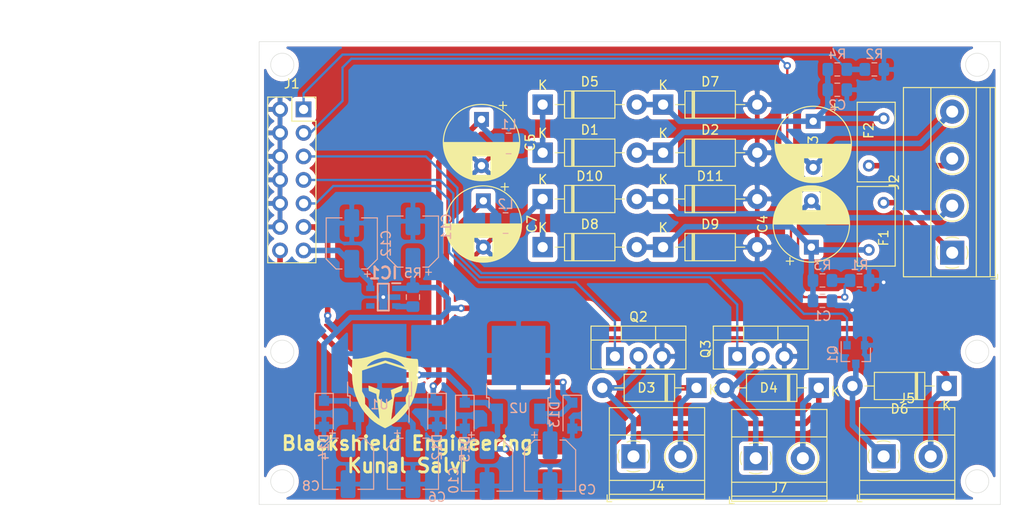
<source format=kicad_pcb>
(kicad_pcb (version 20171130) (host pcbnew "(5.1.6)-1")
  (layers (0 F.Cu signal) (31 B.Cu signal) (34 B.Paste user) (35 F.Paste user) (36 B.SilkS user) (37 F.SilkS user) (38 B.Mask user) (39 F.Mask user) (44 Edge.Cuts user))
  (net 0 "")
  (net 1 GND)
  (net 2 "Net-(C1-Pad1)")
  (net 3 "Net-(C2-Pad1)")
  (net 4 "Net-(C7-Pad1)")
  (net 5 "Net-(F1-Pad1)")
  (net 6 "Net-(F2-Pad1)")
  (net 7 "Net-(IC1-Pad3)")
  (net 8 "Net-(IC1-Pad4)")
  (net 9 "Net-(C3-Pad2)")
  (net 10 "Net-(C4-Pad2)")
  (net 11 "Net-(C5-Pad1)")
  (net 12 "Net-(D1-Pad1)")
  (net 13 "Net-(D3-Pad2)")
  (net 14 "Net-(D4-Pad2)")
  (net 15 "Net-(D6-Pad2)")
  (net 16 "Net-(D10-Pad1)")
  (net 17 12V)
  (net 18 18V)
  (net 19 5V)
  (net 20 18V_RELAY_1)
  (net 21 18V_RELAY_2)
  (net 22 12V_RELAY)
  (net 23 18_IND)
  (net 24 12_IND)
  (module ASSETS:Company_Logo1 (layer F.Cu) (at 113.6 117.6)
    (fp_text reference G*** hide)
    (fp_text value LOGO hide)
  )
  (module Connector_PinSocket_2.54mm:PinSocket_2x07_P2.54mm_Vertical (layer F.Cu) (at 104.8 87.32)
    (fp_text reference J1 (at -1.27 -2.77) (layer F.SilkS))
    (fp_text value Conn_02x07_Odd_Even)
    (pad 14 thru_hole oval (at -2.54 15.24) (size 1.7 1.7) (drill 1) (layers *.Cu *.Mask) (net 18 18V))
    (pad 13 thru_hole oval (at 0 15.24) (size 1.7 1.7) (drill 1) (layers *.Cu *.Mask) (net 19 5V))
    (pad 12 thru_hole oval (at -2.54 12.7) (size 1.7 1.7) (drill 1) (layers *.Cu *.Mask) (net 1 GND))
    (pad 11 thru_hole oval (at 0 12.7) (size 1.7 1.7) (drill 1) (layers *.Cu *.Mask) (net 17 12V))
    (pad 10 thru_hole oval (at -2.54 10.16) (size 1.7 1.7) (drill 1) (layers *.Cu *.Mask) (net 1 GND))
    (pad 9 thru_hole oval (at 0 10.16) (size 1.7 1.7) (drill 1) (layers *.Cu *.Mask) (net 20 18V_RELAY_1))
    (pad 8 thru_hole oval (at -2.54 7.62) (size 1.7 1.7) (drill 1) (layers *.Cu *.Mask) (net 1 GND))
    (pad 7 thru_hole oval (at 0 7.62) (size 1.7 1.7) (drill 1) (layers *.Cu *.Mask) (net 21 18V_RELAY_2))
    (pad 6 thru_hole oval (at -2.54 5.08) (size 1.7 1.7) (drill 1) (layers *.Cu *.Mask) (net 1 GND))
    (pad 5 thru_hole oval (at 0 5.08) (size 1.7 1.7) (drill 1) (layers *.Cu *.Mask) (net 22 12V_RELAY))
    (pad 4 thru_hole oval (at -2.54 2.54) (size 1.7 1.7) (drill 1) (layers *.Cu *.Mask) (net 1 GND))
    (pad 3 thru_hole oval (at 0 2.54) (size 1.7 1.7) (drill 1) (layers *.Cu *.Mask) (net 24 12_IND))
    (pad 2 thru_hole oval (at -2.54 0) (size 1.7 1.7) (drill 1) (layers *.Cu *.Mask) (net 1 GND))
    (pad 1 thru_hole rect (at 0 0) (size 1.7 1.7) (drill 1) (layers *.Cu *.Mask) (net 23 18_IND))
  )
  (module Capacitor_SMD:C_0805_2012Metric_Pad1.15x1.40mm_HandSolder (layer B.Cu) (at 160.8 108)
    (fp_text reference C1 (at 0 1.65 180) (layer B.SilkS) (effects (justify mirror)))
    (fp_text value C)
    (pad 2 smd roundrect (at 1.025 0) (size 1.15 1.4) (layers B.Cu B.Paste B.Mask) (roundrect_rratio 0.217391) (net 1 GND))
    (pad 1 smd roundrect (at -1.025 0) (size 1.15 1.4) (layers B.Cu B.Paste B.Mask) (roundrect_rratio 0.217391) (net 2 "Net-(C1-Pad1)"))
  )
  (module Capacitor_SMD:C_0805_2012Metric_Pad1.15x1.40mm_HandSolder (layer B.Cu) (at 162.4 85.2)
    (fp_text reference C2 (at 0 1.65 180) (layer B.SilkS) (effects (justify mirror)))
    (fp_text value C)
    (pad 1 smd roundrect (at -1.025 0) (size 1.15 1.4) (layers B.Cu B.Paste B.Mask) (roundrect_rratio 0.217391) (net 3 "Net-(C2-Pad1)"))
    (pad 2 smd roundrect (at 1.025 0) (size 1.15 1.4) (layers B.Cu B.Paste B.Mask) (roundrect_rratio 0.217391) (net 1 GND))
  )
  (module Capacitor_THT:CP_Radial_D8.0mm_P5.00mm (layer F.Cu) (at 159.8 88.6 270)
    (fp_text reference C3 (at 2.5 0 90) (layer F.SilkS))
    (fp_text value 47uF)
    (pad 2 thru_hole circle (at 5 0 270) (size 1.6 1.6) (drill 0.8) (layers *.Cu *.Mask) (net 9 "Net-(C3-Pad2)"))
    (pad 1 thru_hole rect (at 0 0 270) (size 1.6 1.6) (drill 0.8) (layers *.Cu *.Mask) (net 3 "Net-(C2-Pad1)"))
  )
  (module Capacitor_THT:CP_Radial_D8.0mm_P5.00mm (layer F.Cu) (at 159.6 102.2 90)
    (fp_text reference C4 (at 2.5 -5.25 90) (layer F.SilkS))
    (fp_text value 47uF)
    (pad 1 thru_hole rect (at 0 0 90) (size 1.6 1.6) (drill 0.8) (layers *.Cu *.Mask) (net 2 "Net-(C1-Pad1)"))
    (pad 2 thru_hole circle (at 5 0 90) (size 1.6 1.6) (drill 0.8) (layers *.Cu *.Mask) (net 10 "Net-(C4-Pad2)"))
  )
  (module Capacitor_THT:CP_Radial_D8.0mm_P5.00mm (layer F.Cu) (at 124 88.4 270)
    (fp_text reference C5 (at 2.5 -5.25 90) (layer F.SilkS))
    (fp_text value 47uF)
    (pad 1 thru_hole rect (at 0 0 270) (size 1.6 1.6) (drill 0.8) (layers *.Cu *.Mask) (net 11 "Net-(C5-Pad1)"))
    (pad 2 thru_hole circle (at 5 0 270) (size 1.6 1.6) (drill 0.8) (layers *.Cu *.Mask) (net 1 GND))
  )
  (module Capacitor_SMD:CP_Elec_5x4.5 (layer B.Cu) (at 116.6 125.6 270)
    (fp_text reference C6 (at 3.6 -2.6 180) (layer B.SilkS) (effects (justify mirror)))
    (fp_text value 1uF)
    (pad 2 smd roundrect (at 2.2 0 270) (size 3 1.6) (layers B.Cu B.Paste B.Mask) (roundrect_rratio 0.15625) (net 1 GND))
    (pad 1 smd roundrect (at -2.2 0 270) (size 3 1.6) (layers B.Cu B.Paste B.Mask) (roundrect_rratio 0.15625) (net 11 "Net-(C5-Pad1)"))
  )
  (module Capacitor_THT:CP_Radial_D8.0mm_P5.00mm (layer F.Cu) (at 124.2 97.2 270)
    (fp_text reference C7 (at 2.5 -5.25 90) (layer F.SilkS))
    (fp_text value 47uF)
    (pad 2 thru_hole circle (at 5 0 270) (size 1.6 1.6) (drill 0.8) (layers *.Cu *.Mask) (net 1 GND))
    (pad 1 thru_hole rect (at 0 0 270) (size 1.6 1.6) (drill 0.8) (layers *.Cu *.Mask) (net 4 "Net-(C7-Pad1)"))
  )
  (module Capacitor_SMD:CP_Elec_5x4.5 (layer B.Cu) (at 109.6 125.6 270)
    (fp_text reference C8 (at 2.4 4) (layer B.SilkS) (effects (justify mirror)))
    (fp_text value 1uF)
    (pad 1 smd roundrect (at -2.2 0 270) (size 3 1.6) (layers B.Cu B.Paste B.Mask) (roundrect_rratio 0.15625) (net 17 12V))
    (pad 2 smd roundrect (at 2.2 0 270) (size 3 1.6) (layers B.Cu B.Paste B.Mask) (roundrect_rratio 0.15625) (net 1 GND))
  )
  (module Capacitor_SMD:CP_Elec_5x4.5 (layer B.Cu) (at 131.4 125.8 270)
    (fp_text reference C9 (at 2.6 -4 180) (layer B.SilkS) (effects (justify mirror)))
    (fp_text value 1uF)
    (pad 2 smd roundrect (at 2.2 0 270) (size 3 1.6) (layers B.Cu B.Paste B.Mask) (roundrect_rratio 0.15625) (net 1 GND))
    (pad 1 smd roundrect (at -2.2 0 270) (size 3 1.6) (layers B.Cu B.Paste B.Mask) (roundrect_rratio 0.15625) (net 4 "Net-(C7-Pad1)"))
  )
  (module Capacitor_SMD:CP_Elec_5x4.5 (layer B.Cu) (at 124.6 125.8 270)
    (fp_text reference C10 (at 1.6 3.6 270) (layer B.SilkS) (effects (justify mirror)))
    (fp_text value 1uF)
    (pad 1 smd roundrect (at -2.2 0 270) (size 3 1.6) (layers B.Cu B.Paste B.Mask) (roundrect_rratio 0.15625) (net 18 18V))
    (pad 2 smd roundrect (at 2.2 0 270) (size 3 1.6) (layers B.Cu B.Paste B.Mask) (roundrect_rratio 0.15625) (net 1 GND))
  )
  (module Capacitor_SMD:CP_Elec_5x4.5 (layer B.Cu) (at 116.6 101.6 90)
    (fp_text reference C11 (at 1.6 3.6 270) (layer B.SilkS) (effects (justify mirror)))
    (fp_text value 0.1uF)
    (pad 1 smd roundrect (at -2.2 0 90) (size 3 1.6) (layers B.Cu B.Paste B.Mask) (roundrect_rratio 0.15625) (net 17 12V))
    (pad 2 smd roundrect (at 2.2 0 90) (size 3 1.6) (layers B.Cu B.Paste B.Mask) (roundrect_rratio 0.15625) (net 1 GND))
  )
  (module Capacitor_SMD:CP_Elec_5x4.5 (layer B.Cu) (at 110 101.8 90)
    (fp_text reference C12 (at 0 3.7 270) (layer B.SilkS) (effects (justify mirror)))
    (fp_text value 1.0uF)
    (pad 2 smd roundrect (at 2.2 0 90) (size 3 1.6) (layers B.Cu B.Paste B.Mask) (roundrect_rratio 0.15625) (net 1 GND))
    (pad 1 smd roundrect (at -2.2 0 90) (size 3 1.6) (layers B.Cu B.Paste B.Mask) (roundrect_rratio 0.15625) (net 19 5V))
  )
  (module Diode_THT:D_DO-41_SOD81_P10.16mm_Horizontal (layer F.Cu) (at 130.6 92)
    (fp_text reference D1 (at 5.08 -2.47) (layer F.SilkS))
    (fp_text value 1N4002)
    (fp_text user K (at 0 -2.1) (layer F.SilkS))
    (pad 1 thru_hole rect (at 0 0) (size 2.2 2.2) (drill 1.1) (layers *.Cu *.Mask) (net 12 "Net-(D1-Pad1)"))
    (pad 2 thru_hole oval (at 10.16 0) (size 2.2 2.2) (drill 1.1) (layers *.Cu *.Mask) (net 9 "Net-(C3-Pad2)"))
  )
  (module Diode_THT:D_DO-41_SOD81_P10.16mm_Horizontal (layer F.Cu) (at 143.6 92)
    (fp_text reference D2 (at 5.08 -2.47) (layer F.SilkS))
    (fp_text value 1N4002)
    (fp_text user K (at 0 -2.1) (layer F.SilkS))
    (pad 1 thru_hole rect (at 0 0) (size 2.2 2.2) (drill 1.1) (layers *.Cu *.Mask) (net 9 "Net-(C3-Pad2)"))
    (pad 2 thru_hole oval (at 10.16 0) (size 2.2 2.2) (drill 1.1) (layers *.Cu *.Mask) (net 1 GND))
  )
  (module Diode_THT:D_DO-41_SOD81_P10.16mm_Horizontal (layer F.Cu) (at 147.2 117.4 180)
    (fp_text reference D3 (at 5.4 0) (layer F.SilkS))
    (fp_text value 1N4002)
    (fp_text user K (at -1.8 -0.2) (layer F.SilkS))
    (pad 1 thru_hole rect (at 0 0 180) (size 2.2 2.2) (drill 1.1) (layers *.Cu *.Mask) (net 18 18V))
    (pad 2 thru_hole oval (at 10.16 0 180) (size 2.2 2.2) (drill 1.1) (layers *.Cu *.Mask) (net 13 "Net-(D3-Pad2)"))
  )
  (module Diode_THT:D_DO-41_SOD81_P10.16mm_Horizontal (layer F.Cu) (at 160.4 117.4 180)
    (fp_text reference D4 (at 5.4 0) (layer F.SilkS))
    (fp_text value 1N4002)
    (fp_text user K (at -1.8 -0.4) (layer F.SilkS))
    (pad 1 thru_hole rect (at 0 0 180) (size 2.2 2.2) (drill 1.1) (layers *.Cu *.Mask) (net 18 18V))
    (pad 2 thru_hole oval (at 10.16 0 180) (size 2.2 2.2) (drill 1.1) (layers *.Cu *.Mask) (net 14 "Net-(D4-Pad2)"))
  )
  (module Diode_THT:D_DO-41_SOD81_P10.16mm_Horizontal (layer F.Cu) (at 130.6 86.8)
    (fp_text reference D5 (at 5.08 -2.47) (layer F.SilkS))
    (fp_text value 1N4002)
    (fp_text user K (at 0 -2.1) (layer F.SilkS))
    (pad 2 thru_hole oval (at 10.16 0) (size 2.2 2.2) (drill 1.1) (layers *.Cu *.Mask) (net 3 "Net-(C2-Pad1)"))
    (pad 1 thru_hole rect (at 0 0) (size 2.2 2.2) (drill 1.1) (layers *.Cu *.Mask) (net 12 "Net-(D1-Pad1)"))
  )
  (module Diode_THT:D_DO-41_SOD81_P10.16mm_Horizontal (layer F.Cu) (at 174.2 117.2 180)
    (fp_text reference D6 (at 5.08 -2.47) (layer F.SilkS))
    (fp_text value 1N4002)
    (fp_text user K (at 0 -2.1) (layer F.SilkS))
    (pad 2 thru_hole oval (at 10.16 0 180) (size 2.2 2.2) (drill 1.1) (layers *.Cu *.Mask) (net 15 "Net-(D6-Pad2)"))
    (pad 1 thru_hole rect (at 0 0 180) (size 2.2 2.2) (drill 1.1) (layers *.Cu *.Mask) (net 17 12V))
  )
  (module Diode_THT:D_DO-41_SOD81_P10.16mm_Horizontal (layer F.Cu) (at 143.6 86.8)
    (fp_text reference D7 (at 5.08 -2.47) (layer F.SilkS))
    (fp_text value 1N4002)
    (fp_text user K (at 0 -2.1) (layer F.SilkS))
    (pad 2 thru_hole oval (at 10.16 0) (size 2.2 2.2) (drill 1.1) (layers *.Cu *.Mask) (net 1 GND))
    (pad 1 thru_hole rect (at 0 0) (size 2.2 2.2) (drill 1.1) (layers *.Cu *.Mask) (net 3 "Net-(C2-Pad1)"))
  )
  (module Diode_THT:D_DO-41_SOD81_P10.16mm_Horizontal (layer F.Cu) (at 130.6 102.2)
    (fp_text reference D8 (at 5.08 -2.47) (layer F.SilkS))
    (fp_text value 1N4002)
    (fp_text user K (at 0 -2.1) (layer F.SilkS))
    (pad 1 thru_hole rect (at 0 0) (size 2.2 2.2) (drill 1.1) (layers *.Cu *.Mask) (net 16 "Net-(D10-Pad1)"))
    (pad 2 thru_hole oval (at 10.16 0) (size 2.2 2.2) (drill 1.1) (layers *.Cu *.Mask) (net 2 "Net-(C1-Pad1)"))
  )
  (module Diode_THT:D_DO-41_SOD81_P10.16mm_Horizontal (layer F.Cu) (at 143.6 102.2)
    (fp_text reference D9 (at 5.08 -2.47) (layer F.SilkS))
    (fp_text value 1N4002)
    (fp_text user K (at 0 -2.1) (layer F.SilkS))
    (pad 2 thru_hole oval (at 10.16 0) (size 2.2 2.2) (drill 1.1) (layers *.Cu *.Mask) (net 1 GND))
    (pad 1 thru_hole rect (at 0 0) (size 2.2 2.2) (drill 1.1) (layers *.Cu *.Mask) (net 2 "Net-(C1-Pad1)"))
  )
  (module Diode_THT:D_DO-41_SOD81_P10.16mm_Horizontal (layer F.Cu) (at 130.6 97)
    (fp_text reference D10 (at 5.08 -2.47) (layer F.SilkS))
    (fp_text value 1N4002)
    (fp_text user K (at 0 -2.1) (layer F.SilkS))
    (pad 1 thru_hole rect (at 0 0) (size 2.2 2.2) (drill 1.1) (layers *.Cu *.Mask) (net 16 "Net-(D10-Pad1)"))
    (pad 2 thru_hole oval (at 10.16 0) (size 2.2 2.2) (drill 1.1) (layers *.Cu *.Mask) (net 10 "Net-(C4-Pad2)"))
  )
  (module Diode_THT:D_DO-41_SOD81_P10.16mm_Horizontal (layer F.Cu) (at 143.6 97)
    (fp_text reference D11 (at 5.08 -2.47) (layer F.SilkS))
    (fp_text value 1N4002)
    (fp_text user K (at 0 -2.1) (layer F.SilkS))
    (pad 2 thru_hole oval (at 10.16 0) (size 2.2 2.2) (drill 1.1) (layers *.Cu *.Mask) (net 1 GND))
    (pad 1 thru_hole rect (at 0 0) (size 2.2 2.2) (drill 1.1) (layers *.Cu *.Mask) (net 10 "Net-(C4-Pad2)"))
  )
  (module Diode_SMD:D_SOD-123F (layer B.Cu) (at 119.2 120.2 270)
    (fp_text reference D12 (at 3.6 0 270) (layer B.SilkS) (effects (justify mirror)))
    (fp_text value MM3Z18VST1G)
    (pad 1 smd rect (at -1.4 0 270) (size 1.1 1.1) (layers B.Cu B.Paste B.Mask) (net 11 "Net-(C5-Pad1)"))
    (pad 2 smd rect (at 1.4 0 270) (size 1.1 1.1) (layers B.Cu B.Paste B.Mask) (net 1 GND))
  )
  (module Diode_SMD:D_SOD-123F (layer B.Cu) (at 133.8 120.4 270)
    (fp_text reference D13 (at -0.127 1.905 90) (layer B.SilkS) (effects (justify mirror)))
    (fp_text value MM3Z18VST1G)
    (pad 2 smd rect (at 1.4 0 270) (size 1.1 1.1) (layers B.Cu B.Paste B.Mask) (net 1 GND))
    (pad 1 smd rect (at -1.4 0 270) (size 1.1 1.1) (layers B.Cu B.Paste B.Mask) (net 4 "Net-(C7-Pad1)"))
  )
  (module Diode_SMD:D_SOD-123F (layer B.Cu) (at 107 120.2 270)
    (fp_text reference D14 (at 3.6 0 270) (layer B.SilkS) (effects (justify mirror)))
    (fp_text value MM3Z18VST1G)
    (pad 2 smd rect (at 1.4 0 270) (size 1.1 1.1) (layers B.Cu B.Paste B.Mask) (net 1 GND))
    (pad 1 smd rect (at -1.4 0 270) (size 1.1 1.1) (layers B.Cu B.Paste B.Mask) (net 17 12V))
  )
  (module Diode_SMD:D_SOD-123F (layer B.Cu) (at 122.2 120.4 270)
    (fp_text reference D15 (at 3.6 0 90) (layer B.SilkS) (effects (justify mirror)))
    (fp_text value MM3Z18VST1G)
    (pad 1 smd rect (at -1.4 0 270) (size 1.1 1.1) (layers B.Cu B.Paste B.Mask) (net 18 18V))
    (pad 2 smd rect (at 1.4 0 270) (size 1.1 1.1) (layers B.Cu B.Paste B.Mask) (net 1 GND))
  )
  (module Fuse:Fuse_BelFuse_0ZRE0005FF_L8.3mm_W3.8mm (layer F.Cu) (at 167.4 97.4 270)
    (fp_text reference F1 (at 3.8 0 90) (layer F.SilkS))
    (fp_text value Fuse)
    (pad 2 thru_hole circle (at 5.1 1.6 270) (size 1.27 1.27) (drill 0.71) (layers *.Cu *.Mask) (net 2 "Net-(C1-Pad1)"))
    (pad 1 thru_hole circle (at 0 0 270) (size 1.27 1.27) (drill 0.71) (layers *.Cu *.Mask) (net 5 "Net-(F1-Pad1)"))
  )
  (module Fuse:Fuse_BelFuse_0ZRE0005FF_L8.3mm_W3.8mm (layer F.Cu) (at 165.8 93.4 90)
    (fp_text reference F2 (at 3.8 0 90) (layer F.SilkS))
    (fp_text value Fuse)
    (pad 1 thru_hole circle (at 0 0 90) (size 1.27 1.27) (drill 0.71) (layers *.Cu *.Mask) (net 6 "Net-(F2-Pad1)"))
    (pad 2 thru_hole circle (at 5.1 1.6 90) (size 1.27 1.27) (drill 0.71) (layers *.Cu *.Mask) (net 3 "Net-(C2-Pad1)"))
  )
  (module ASSETS:SOT95P280X130-5N (layer B.Cu) (at 113.4 107.6 180)
    (fp_text reference IC1 (at 0 2.6) (layer B.SilkS) (effects (font (size 1.27 1.27) (thickness 0.254)) (justify mirror)))
    (fp_text value NJM2866F05-TE1 hide)
    (pad 5 smd rect (at 1.4 0.95 90) (size 0.6 0.9) (layers B.Cu B.Paste B.Mask) (net 19 5V))
    (pad 4 smd rect (at 1.4 -0.95 90) (size 0.6 0.9) (layers B.Cu B.Paste B.Mask) (net 8 "Net-(IC1-Pad4)"))
    (pad 3 smd rect (at -1.4 -0.95 90) (size 0.6 0.9) (layers B.Cu B.Paste B.Mask) (net 7 "Net-(IC1-Pad3)"))
    (pad 2 smd rect (at -1.4 0 90) (size 0.6 0.9) (layers B.Cu B.Paste B.Mask) (net 1 GND))
    (pad 1 smd rect (at -1.4 0.95 90) (size 0.6 0.9) (layers B.Cu B.Paste B.Mask) (net 17 12V))
  )
  (module TerminalBlock_Phoenix:TerminalBlock_Phoenix_MKDS-1,5-4-5.08_1x04_P5.08mm_Horizontal (layer F.Cu) (at 174.8 102.8 90)
    (fp_text reference J2 (at 7.62 -6.26 90) (layer F.SilkS))
    (fp_text value Screw_Terminal_01x04)
    (pad 1 thru_hole rect (at 0 0 90) (size 2.6 2.6) (drill 1.3) (layers *.Cu *.Mask) (net 5 "Net-(F1-Pad1)"))
    (pad 2 thru_hole circle (at 5.08 0 90) (size 2.6 2.6) (drill 1.3) (layers *.Cu *.Mask) (net 10 "Net-(C4-Pad2)"))
    (pad 3 thru_hole circle (at 10.16 0 90) (size 2.6 2.6) (drill 1.3) (layers *.Cu *.Mask) (net 6 "Net-(F2-Pad1)"))
    (pad 4 thru_hole circle (at 15.24 0 90) (size 2.6 2.6) (drill 1.3) (layers *.Cu *.Mask) (net 9 "Net-(C3-Pad2)"))
  )
  (module TerminalBlock_Phoenix:TerminalBlock_Phoenix_MKDS-1,5-2-5.08_1x02_P5.08mm_Horizontal (layer F.Cu) (at 140.4 124.8)
    (fp_text reference J4 (at 2.54 3.2) (layer F.SilkS))
    (fp_text value Screw_Terminal_01x02)
    (pad 1 thru_hole rect (at 0 0) (size 2.6 2.6) (drill 1.3) (layers *.Cu *.Mask) (net 13 "Net-(D3-Pad2)"))
    (pad 2 thru_hole circle (at 5.08 0) (size 2.6 2.6) (drill 1.3) (layers *.Cu *.Mask) (net 18 18V))
  )
  (module TerminalBlock_Phoenix:TerminalBlock_Phoenix_MKDS-1,5-2-5.08_1x02_P5.08mm_Horizontal (layer F.Cu) (at 167.4 124.8)
    (fp_text reference J5 (at 2.54 -6.26) (layer F.SilkS))
    (fp_text value Screw_Terminal_01x02)
    (pad 1 thru_hole rect (at 0 0) (size 2.6 2.6) (drill 1.3) (layers *.Cu *.Mask) (net 15 "Net-(D6-Pad2)"))
    (pad 2 thru_hole circle (at 5.08 0) (size 2.6 2.6) (drill 1.3) (layers *.Cu *.Mask) (net 17 12V))
  )
  (module TerminalBlock_Phoenix:TerminalBlock_Phoenix_MKDS-1,5-2-5.08_1x02_P5.08mm_Horizontal (layer F.Cu) (at 153.6 125)
    (fp_text reference J7 (at 2.54 3.2) (layer F.SilkS))
    (fp_text value Screw_Terminal_01x02)
    (pad 2 thru_hole circle (at 5.08 0) (size 2.6 2.6) (drill 1.3) (layers *.Cu *.Mask) (net 18 18V))
    (pad 1 thru_hole rect (at 0 0) (size 2.6 2.6) (drill 1.3) (layers *.Cu *.Mask) (net 14 "Net-(D4-Pad2)"))
  )
  (module Inductor_SMD:L_1008_2520Metric (layer B.Cu) (at 126.925 91 180)
    (fp_text reference L1 (at 0 2.05) (layer B.SilkS) (effects (justify mirror)))
    (fp_text value 1239AS-H-1R0M=P2)
    (pad 1 smd roundrect (at -1.075 0 180) (size 1.25 2.2) (layers B.Cu B.Paste B.Mask) (roundrect_rratio 0.2) (net 12 "Net-(D1-Pad1)"))
    (pad 2 smd roundrect (at 1.075 0 180) (size 1.25 2.2) (layers B.Cu B.Paste B.Mask) (roundrect_rratio 0.2) (net 11 "Net-(C5-Pad1)"))
  )
  (module Inductor_SMD:L_1008_2520Metric (layer B.Cu) (at 126.6 99.6 180)
    (fp_text reference L2 (at 0 2.05) (layer B.SilkS) (effects (justify mirror)))
    (fp_text value 1239AS-H-1R0M=P2)
    (pad 2 smd roundrect (at 1.075 0 180) (size 1.25 2.2) (layers B.Cu B.Paste B.Mask) (roundrect_rratio 0.2) (net 4 "Net-(C7-Pad1)"))
    (pad 1 smd roundrect (at -1.075 0 180) (size 1.25 2.2) (layers B.Cu B.Paste B.Mask) (roundrect_rratio 0.2) (net 16 "Net-(D10-Pad1)"))
  )
  (module Package_TO_SOT_SMD:SOT-23 (layer B.Cu) (at 164.4 113.8 270)
    (fp_text reference Q1 (at 0 2.5 270) (layer B.SilkS) (effects (justify mirror)))
    (fp_text value BC817)
    (pad 1 smd rect (at -1 0.95 270) (size 0.9 0.8) (layers B.Cu B.Paste B.Mask) (net 22 12V_RELAY))
    (pad 2 smd rect (at -1 -0.95 270) (size 0.9 0.8) (layers B.Cu B.Paste B.Mask) (net 1 GND))
    (pad 3 smd rect (at 1 0 270) (size 0.9 0.8) (layers B.Cu B.Paste B.Mask) (net 15 "Net-(D6-Pad2)"))
  )
  (module Package_TO_SOT_THT:TO-220-3_Vertical (layer F.Cu) (at 138.4 114)
    (fp_text reference Q2 (at 2.54 -4.27) (layer F.SilkS))
    (fp_text value TIP122)
    (pad 1 thru_hole rect (at 0 0) (size 1.905 2) (drill 1.1) (layers *.Cu *.Mask) (net 20 18V_RELAY_1))
    (pad 2 thru_hole oval (at 2.54 0) (size 1.905 2) (drill 1.1) (layers *.Cu *.Mask) (net 13 "Net-(D3-Pad2)"))
    (pad 3 thru_hole oval (at 5.08 0) (size 1.905 2) (drill 1.1) (layers *.Cu *.Mask) (net 1 GND))
  )
  (module Package_TO_SOT_THT:TO-220-3_Vertical (layer F.Cu) (at 151.6 114)
    (fp_text reference Q3 (at -3.4 -0.8 -90) (layer F.SilkS))
    (fp_text value TIP122)
    (pad 3 thru_hole oval (at 5.08 0) (size 1.905 2) (drill 1.1) (layers *.Cu *.Mask) (net 1 GND))
    (pad 2 thru_hole oval (at 2.54 0) (size 1.905 2) (drill 1.1) (layers *.Cu *.Mask) (net 14 "Net-(D4-Pad2)"))
    (pad 1 thru_hole rect (at 0 0) (size 1.905 2) (drill 1.1) (layers *.Cu *.Mask) (net 21 18V_RELAY_2))
  )
  (module Resistor_SMD:R_0805_2012Metric_Pad1.15x1.40mm_HandSolder (layer B.Cu) (at 164.8 105.8 180)
    (fp_text reference R1 (at 0 1.65 180) (layer B.SilkS) (effects (justify mirror)))
    (fp_text value 100)
    (pad 1 smd roundrect (at -1.025 0 180) (size 1.15 1.4) (layers B.Cu B.Paste B.Mask) (roundrect_rratio 0.217391) (net 1 GND))
    (pad 2 smd roundrect (at 1.025 0 180) (size 1.15 1.4) (layers B.Cu B.Paste B.Mask) (roundrect_rratio 0.217391) (net 24 12_IND))
  )
  (module Resistor_SMD:R_0805_2012Metric_Pad1.15x1.40mm_HandSolder (layer B.Cu) (at 166.4 83 180)
    (fp_text reference R2 (at 0 1.65 180) (layer B.SilkS) (effects (justify mirror)))
    (fp_text value 100)
    (pad 2 smd roundrect (at 1.025 0 180) (size 1.15 1.4) (layers B.Cu B.Paste B.Mask) (roundrect_rratio 0.217391) (net 23 18_IND))
    (pad 1 smd roundrect (at -1.025 0 180) (size 1.15 1.4) (layers B.Cu B.Paste B.Mask) (roundrect_rratio 0.217391) (net 1 GND))
  )
  (module Resistor_SMD:R_0805_2012Metric_Pad1.15x1.40mm_HandSolder (layer B.Cu) (at 160.8 105.8 180)
    (fp_text reference R3 (at 0 1.65 180) (layer B.SilkS) (effects (justify mirror)))
    (fp_text value 100)
    (pad 1 smd roundrect (at -1.025 0 180) (size 1.15 1.4) (layers B.Cu B.Paste B.Mask) (roundrect_rratio 0.217391) (net 24 12_IND))
    (pad 2 smd roundrect (at 1.025 0 180) (size 1.15 1.4) (layers B.Cu B.Paste B.Mask) (roundrect_rratio 0.217391) (net 2 "Net-(C1-Pad1)"))
  )
  (module Resistor_SMD:R_0805_2012Metric_Pad1.15x1.40mm_HandSolder (layer B.Cu) (at 162.4 83 180)
    (fp_text reference R4 (at 0 1.65 180) (layer B.SilkS) (effects (justify mirror)))
    (fp_text value 100)
    (pad 1 smd roundrect (at -1.025 0 180) (size 1.15 1.4) (layers B.Cu B.Paste B.Mask) (roundrect_rratio 0.217391) (net 23 18_IND))
    (pad 2 smd roundrect (at 1.025 0 180) (size 1.15 1.4) (layers B.Cu B.Paste B.Mask) (roundrect_rratio 0.217391) (net 3 "Net-(C2-Pad1)"))
  )
  (module Resistor_SMD:R_0805_2012Metric_Pad1.15x1.40mm_HandSolder (layer B.Cu) (at 116.6 107.6 90)
    (fp_text reference R5 (at 2.6 0 180) (layer B.SilkS) (effects (justify mirror)))
    (fp_text value 100)
    (pad 2 smd roundrect (at 1.025 0 90) (size 1.15 1.4) (layers B.Cu B.Paste B.Mask) (roundrect_rratio 0.217391) (net 17 12V))
    (pad 1 smd roundrect (at -1.025 0 90) (size 1.15 1.4) (layers B.Cu B.Paste B.Mask) (roundrect_rratio 0.217391) (net 7 "Net-(IC1-Pad3)"))
  )
  (module Package_TO_SOT_SMD:TO-252-2 (layer B.Cu) (at 113 115.8 90)
    (fp_text reference U1 (at -3.4 0 180) (layer B.SilkS) (effects (justify mirror)))
    (fp_text value MC78M12CDTG)
    (pad 2 smd rect (at 2.1 0 90) (size 6.4 5.8) (layers B.Cu B.Mask) (net 1 GND))
    (pad 3 smd rect (at -4.2 -2.28 90) (size 2.2 1.2) (layers B.Cu B.Paste B.Mask) (net 17 12V))
    (pad 1 smd rect (at -4.2 2.28 90) (size 2.2 1.2) (layers B.Cu B.Paste B.Mask) (net 11 "Net-(C5-Pad1)"))
  )
  (module Package_TO_SOT_SMD:TO-252-2 (layer B.Cu) (at 128 116 90)
    (fp_text reference U2 (at -3.6 0) (layer B.SilkS) (effects (justify mirror)))
    (fp_text value MC78M18CDTG)
    (pad 1 smd rect (at -4.2 2.28 90) (size 2.2 1.2) (layers B.Cu B.Paste B.Mask) (net 4 "Net-(C7-Pad1)"))
    (pad 3 smd rect (at -4.2 -2.28 90) (size 2.2 1.2) (layers B.Cu B.Paste B.Mask) (net 18 18V))
    (pad 2 smd rect (at 2.1 0 90) (size 6.4 5.8) (layers B.Cu B.Mask) (net 1 GND))
  )
  (gr_text "Blackshield Engineering\nKunal Salvi" (at 116 124.6) (layer F.SilkS) (effects (font (size 1.5 1.5) (thickness 0.3))))
  (gr_line (start 100 80) (end 100 116) (layer Edge.Cuts) (width 0.05))
  (gr_circle (center 177.5 127.5) (end 178.75 127.5) (layer Edge.Cuts) (width 0.05))
  (gr_circle (center 102.5 127.5) (end 103.75 127.5) (layer Edge.Cuts) (width 0.05))
  (gr_line (start 180 130) (end 180 116) (layer Edge.Cuts) (width 0.05))
  (gr_line (start 100 130) (end 180 130) (layer Edge.Cuts) (width 0.05))
  (gr_line (start 100 116) (end 100 130) (layer Edge.Cuts) (width 0.05))
  (gr_line (start 180 80) (end 100 80) (layer Edge.Cuts) (width 0.05))
  (gr_line (start 180 116) (end 180 80) (layer Edge.Cuts) (width 0.05))
  (gr_circle (center 177.5 113.5) (end 178.75 113.5) (layer Edge.Cuts) (width 0.05))
  (gr_circle (center 102.5 113.5) (end 103.75 113.5) (layer Edge.Cuts) (width 0.05))
  (gr_circle (center 177.5 82.5) (end 178.75 82.5) (layer Edge.Cuts) (width 0.05))
  (gr_circle (center 102.5 82.5) (end 103.75 82.5) (layer Edge.Cuts) (width 0.05))
  (via (at 113.4 107.6) (size 0.8) (drill 0.4) (layers F.Cu B.Cu) (net 1))
  (segment (start 114.8 107.6) (end 113.4 107.6) (width 0.6) (layer B.Cu) (net 1))
  (via (at 167.4 106) (size 0.8) (drill 0.4) (layers F.Cu B.Cu) (net 1))
  (segment (start 165.825 105.8) (end 167.2 105.8) (width 0.6) (layer B.Cu) (net 1))
  (segment (start 167.2 105.8) (end 167.4 106) (width 0.6) (layer B.Cu) (net 1))
  (segment (start 163.500001 108.500001) (end 164 109) (width 0.6) (layer B.Cu) (net 1))
  (segment (start 161.825 108) (end 162.325001 108.500001) (width 0.6) (layer B.Cu) (net 1))
  (via (at 164 109) (size 0.8) (drill 0.4) (layers F.Cu B.Cu) (net 1))
  (segment (start 162.325001 108.500001) (end 163.500001 108.500001) (width 0.6) (layer B.Cu) (net 1))
  (segment (start 159.9 102.5) (end 159.6 102.2) (width 0.6) (layer F.Cu) (net 2))
  (segment (start 165.8 102.5) (end 159.9 102.5) (width 0.6) (layer B.Cu) (net 2))
  (segment (start 157.4 100) (end 159.6 102.2) (width 0.6) (layer B.Cu) (net 2))
  (segment (start 143.6 102.2) (end 143.8 102.2) (width 0.6) (layer B.Cu) (net 2))
  (segment (start 146 100) (end 157.4 100) (width 0.6) (layer B.Cu) (net 2))
  (segment (start 143.8 102.2) (end 146 100) (width 0.6) (layer B.Cu) (net 2))
  (segment (start 140.76 102.2) (end 143.6 102.2) (width 0.6) (layer B.Cu) (net 2))
  (segment (start 159.6 105.625) (end 159.775 105.8) (width 0.6) (layer B.Cu) (net 2))
  (segment (start 159.6 102.2) (end 159.6 105.625) (width 0.6) (layer B.Cu) (net 2))
  (segment (start 159.775 108) (end 159.775 105.8) (width 0.6) (layer B.Cu) (net 2))
  (segment (start 140.76 86.8) (end 143.6 86.8) (width 0.6) (layer B.Cu) (net 3))
  (segment (start 145.4 88.6) (end 143.6 86.8) (width 0.6) (layer B.Cu) (net 3))
  (segment (start 159.8 88.6) (end 145.4 88.6) (width 0.6) (layer B.Cu) (net 3))
  (segment (start 160.1 88.3) (end 159.8 88.6) (width 0.6) (layer B.Cu) (net 3))
  (segment (start 167.4 88.3) (end 160.1 88.3) (width 0.6) (layer B.Cu) (net 3))
  (segment (start 161.375 87.025) (end 159.8 88.6) (width 0.6) (layer B.Cu) (net 3))
  (segment (start 161.375 85.2) (end 161.375 87.025) (width 0.6) (layer B.Cu) (net 3))
  (segment (start 161.375 83) (end 161.375 85.2) (width 0.6) (layer B.Cu) (net 3))
  (segment (start 125.525 98.525) (end 124.2 97.2) (width 0.6) (layer B.Cu) (net 4))
  (segment (start 125.525 99.6) (end 125.525 98.525) (width 0.6) (layer B.Cu) (net 4))
  (segment (start 132.6 120.2) (end 133.8 119) (width 0.6) (layer B.Cu) (net 4))
  (segment (start 130.28 120.2) (end 132.6 120.2) (width 0.6) (layer B.Cu) (net 4))
  (segment (start 131.4 121.32) (end 130.28 120.2) (width 0.6) (layer B.Cu) (net 4))
  (segment (start 131.4 123.6) (end 131.4 121.32) (width 0.6) (layer B.Cu) (net 4))
  (segment (start 124.2 97.2) (end 120.2 101.2) (width 0.6) (layer F.Cu) (net 4))
  (segment (start 120.2 101.2) (end 120.2 113.2) (width 0.6) (layer F.Cu) (net 4))
  (via (at 132.8 116.8) (size 0.8) (drill 0.4) (layers F.Cu B.Cu) (net 4))
  (segment (start 120.2 113.2) (end 123.8 116.8) (width 0.6) (layer F.Cu) (net 4))
  (segment (start 123.8 116.8) (end 132.8 116.8) (width 0.6) (layer F.Cu) (net 4))
  (segment (start 132.8 118) (end 133.8 119) (width 0.6) (layer B.Cu) (net 4))
  (segment (start 132.8 116.8) (end 132.8 118) (width 0.6) (layer B.Cu) (net 4))
  (segment (start 169.4 97.4) (end 174.8 102.8) (width 0.6) (layer F.Cu) (net 5))
  (segment (start 167.4 97.4) (end 169.4 97.4) (width 0.6) (layer F.Cu) (net 5))
  (segment (start 174.04 93.4) (end 174.8 92.64) (width 0.6) (layer F.Cu) (net 6))
  (segment (start 165.8 93.4) (end 174.04 93.4) (width 0.6) (layer F.Cu) (net 6))
  (segment (start 114.875 108.625) (end 114.8 108.55) (width 0.6) (layer B.Cu) (net 7))
  (segment (start 116.6 108.625) (end 114.875 108.625) (width 0.6) (layer B.Cu) (net 7))
  (segment (start 140.76 92) (end 143.6 92) (width 0.6) (layer B.Cu) (net 9))
  (segment (start 159.8 93.6) (end 156 89.8) (width 0.6) (layer B.Cu) (net 9))
  (segment (start 145.8 89.8) (end 143.6 92) (width 0.6) (layer B.Cu) (net 9))
  (segment (start 156 89.8) (end 145.8 89.8) (width 0.6) (layer B.Cu) (net 9))
  (segment (start 162.4 91) (end 159.8 93.6) (width 0.6) (layer B.Cu) (net 9))
  (segment (start 174.8 87.56) (end 171.36 91) (width 0.6) (layer B.Cu) (net 9))
  (segment (start 171.36 91) (end 162.4 91) (width 0.6) (layer B.Cu) (net 9))
  (segment (start 161.419999 99.019999) (end 159.6 97.2) (width 0.6) (layer B.Cu) (net 10))
  (segment (start 173.500001 99.019999) (end 161.419999 99.019999) (width 0.6) (layer B.Cu) (net 10))
  (segment (start 174.8 97.72) (end 173.500001 99.019999) (width 0.6) (layer B.Cu) (net 10))
  (segment (start 145.200001 98.600001) (end 143.6 97) (width 0.6) (layer B.Cu) (net 10))
  (segment (start 158.199999 98.600001) (end 145.200001 98.600001) (width 0.6) (layer B.Cu) (net 10))
  (segment (start 159.6 97.2) (end 158.199999 98.600001) (width 0.6) (layer B.Cu) (net 10))
  (segment (start 140.76 97) (end 143.6 97) (width 0.6) (layer B.Cu) (net 10))
  (segment (start 124 89.15) (end 125.85 91) (width 0.6) (layer B.Cu) (net 11))
  (segment (start 124 88.4) (end 124 89.15) (width 0.6) (layer B.Cu) (net 11))
  (segment (start 116.6 121.32) (end 115.28 120) (width 0.6) (layer B.Cu) (net 11))
  (segment (start 116.6 123.4) (end 116.6 121.32) (width 0.6) (layer B.Cu) (net 11))
  (segment (start 116.48 118.8) (end 115.28 120) (width 0.6) (layer B.Cu) (net 11))
  (segment (start 119.2 118.8) (end 116.48 118.8) (width 0.6) (layer B.Cu) (net 11))
  (segment (start 124 88.4) (end 119.4 93) (width 0.6) (layer F.Cu) (net 11))
  (segment (start 119.4 93) (end 119.4 113.4) (width 0.6) (layer F.Cu) (net 11))
  (segment (start 119.4 113.4) (end 119.4 116.6) (width 0.6) (layer F.Cu) (net 11))
  (via (at 118.8 117.2) (size 0.8) (drill 0.4) (layers F.Cu B.Cu) (net 11))
  (segment (start 119.4 116.6) (end 118.8 117.2) (width 0.6) (layer F.Cu) (net 11))
  (segment (start 118.8 118.4) (end 119.2 118.8) (width 0.6) (layer B.Cu) (net 11))
  (segment (start 118.8 117.2) (end 118.8 118.4) (width 0.6) (layer B.Cu) (net 11))
  (segment (start 129.6 91) (end 130.6 92) (width 0.6) (layer B.Cu) (net 12))
  (segment (start 128 91) (end 129.6 91) (width 0.6) (layer B.Cu) (net 12))
  (segment (start 130.6 86.8) (end 130.6 92) (width 0.6) (layer B.Cu) (net 12))
  (segment (start 140.4 120.76) (end 137.04 117.4) (width 0.6) (layer B.Cu) (net 13))
  (segment (start 140.4 124.8) (end 140.4 120.76) (width 0.6) (layer B.Cu) (net 13))
  (segment (start 139.14 117.4) (end 137.04 117.4) (width 0.6) (layer B.Cu) (net 13))
  (segment (start 140.94 115.6) (end 139.14 117.4) (width 0.6) (layer B.Cu) (net 13))
  (segment (start 140.94 114) (end 140.94 115.6) (width 0.6) (layer B.Cu) (net 13))
  (segment (start 153.6 120.76) (end 150.24 117.4) (width 0.6) (layer B.Cu) (net 14))
  (segment (start 153.6 125) (end 153.6 120.76) (width 0.6) (layer B.Cu) (net 14))
  (segment (start 151.052502 117.4) (end 150.24 117.4) (width 0.6) (layer B.Cu) (net 14))
  (segment (start 154.14 114.312502) (end 151.052502 117.4) (width 0.6) (layer B.Cu) (net 14))
  (segment (start 154.14 114) (end 154.14 114.312502) (width 0.6) (layer B.Cu) (net 14))
  (segment (start 164.4 116.84) (end 164.04 117.2) (width 0.6) (layer B.Cu) (net 15))
  (segment (start 164.4 114.8) (end 164.4 116.84) (width 0.6) (layer B.Cu) (net 15))
  (segment (start 164.04 121.44) (end 167.4 124.8) (width 0.6) (layer B.Cu) (net 15))
  (segment (start 164.04 117.2) (end 164.04 121.44) (width 0.6) (layer B.Cu) (net 15))
  (segment (start 130.6 97) (end 130.6 102.2) (width 0.6) (layer B.Cu) (net 16))
  (segment (start 128 99.6) (end 130.6 97) (width 0.6) (layer B.Cu) (net 16))
  (segment (start 127.675 99.6) (end 128 99.6) (width 0.6) (layer B.Cu) (net 16))
  (segment (start 172.48 118.92) (end 174.2 117.2) (width 0.6) (layer B.Cu) (net 17))
  (segment (start 172.48 124.8) (end 172.48 118.92) (width 0.6) (layer B.Cu) (net 17))
  (segment (start 110.72 122.28) (end 109.6 123.4) (width 0.6) (layer B.Cu) (net 17))
  (segment (start 110.72 120) (end 110.72 122.28) (width 0.6) (layer B.Cu) (net 17))
  (segment (start 109.52 118.8) (end 110.72 120) (width 0.6) (layer B.Cu) (net 17))
  (segment (start 107 118.8) (end 109.52 118.8) (width 0.6) (layer B.Cu) (net 17))
  (segment (start 116.525 106.65) (end 116.6 106.575) (width 0.6) (layer B.Cu) (net 17))
  (segment (start 114.8 106.65) (end 116.525 106.65) (width 0.6) (layer B.Cu) (net 17))
  (segment (start 116.6 103.8) (end 116.6 106.575) (width 0.6) (layer B.Cu) (net 17))
  (segment (start 107 118.8) (end 107 112.699998) (width 0.6) (layer B.Cu) (net 17))
  (segment (start 109.899998 109.8) (end 119.6 109.8) (width 0.6) (layer B.Cu) (net 17))
  (segment (start 119.6 109.8) (end 120.4 109) (width 0.6) (layer B.Cu) (net 17))
  (segment (start 120.4 109) (end 120.4 107.8) (width 0.6) (layer B.Cu) (net 17))
  (segment (start 119.175 106.575) (end 116.6 106.575) (width 0.6) (layer B.Cu) (net 17))
  (segment (start 120.4 107.8) (end 119.175 106.575) (width 0.6) (layer B.Cu) (net 17))
  (segment (start 174.2 117.2) (end 174.2 116) (width 0.6) (layer F.Cu) (net 17))
  (segment (start 174.2 116) (end 169.2 111) (width 0.6) (layer F.Cu) (net 17))
  (segment (start 169.2 111) (end 137.8 111) (width 0.6) (layer F.Cu) (net 17))
  (segment (start 137.8 111) (end 135.6 108.8) (width 0.6) (layer F.Cu) (net 17))
  (via (at 121.8 108.8) (size 0.8) (drill 0.4) (layers F.Cu B.Cu) (net 17))
  (segment (start 135.6 108.8) (end 121.8 108.8) (width 0.6) (layer F.Cu) (net 17))
  (segment (start 120.6 108.8) (end 120.4 109) (width 0.6) (layer B.Cu) (net 17))
  (segment (start 121.8 108.8) (end 120.6 108.8) (width 0.6) (layer B.Cu) (net 17))
  (segment (start 104.8 100.02) (end 106.02 100.02) (width 0.6) (layer F.Cu) (net 17))
  (via (at 107.4 109.6) (size 0.8) (drill 0.4) (layers F.Cu B.Cu) (net 17))
  (segment (start 106.02 100.02) (end 107.4 101.4) (width 0.6) (layer F.Cu) (net 17))
  (segment (start 107.4 101.4) (end 107.4 109.6) (width 0.6) (layer F.Cu) (net 17))
  (segment (start 107.4 110.2) (end 108.449999 111.249999) (width 0.6) (layer B.Cu) (net 17))
  (segment (start 107.4 109.6) (end 107.4 110.2) (width 0.6) (layer B.Cu) (net 17))
  (segment (start 107 112.699998) (end 108.449999 111.249999) (width 0.6) (layer B.Cu) (net 17))
  (segment (start 108.449999 111.249999) (end 109.899998 109.8) (width 0.6) (layer B.Cu) (net 17))
  (segment (start 158.68 119.12) (end 160.4 117.4) (width 0.6) (layer B.Cu) (net 18))
  (segment (start 158.68 125) (end 158.68 119.12) (width 0.6) (layer B.Cu) (net 18))
  (segment (start 145.48 119.12) (end 147.2 117.4) (width 0.6) (layer B.Cu) (net 18))
  (segment (start 145.48 124.8) (end 145.48 119.12) (width 0.6) (layer B.Cu) (net 18))
  (segment (start 125.72 122.48) (end 124.6 123.6) (width 0.6) (layer B.Cu) (net 18))
  (segment (start 125.72 120.2) (end 125.72 122.48) (width 0.6) (layer B.Cu) (net 18))
  (segment (start 124.52 119) (end 125.72 120.2) (width 0.6) (layer B.Cu) (net 18))
  (segment (start 122.2 119) (end 124.52 119) (width 0.6) (layer B.Cu) (net 18))
  (segment (start 147.2 117.4) (end 144.299998 117.4) (width 0.6) (layer F.Cu) (net 18))
  (via (at 126.6 124) (size 0.8) (drill 0.4) (layers F.Cu B.Cu) (net 18))
  (segment (start 136.299998 125.4) (end 128 125.4) (width 0.6) (layer F.Cu) (net 18))
  (segment (start 128 125.4) (end 126.6 124) (width 0.6) (layer F.Cu) (net 18))
  (segment (start 125 124) (end 124.6 123.6) (width 0.6) (layer B.Cu) (net 18))
  (segment (start 126.6 124) (end 125 124) (width 0.6) (layer B.Cu) (net 18))
  (segment (start 160.4 117.4) (end 160.4 119.8) (width 0.6) (layer F.Cu) (net 18))
  (segment (start 158.950001 121.249999) (end 140.449999 121.249999) (width 0.6) (layer F.Cu) (net 18))
  (segment (start 160.4 119.8) (end 158.950001 121.249999) (width 0.6) (layer F.Cu) (net 18))
  (segment (start 144.299998 117.4) (end 140.449999 121.249999) (width 0.6) (layer F.Cu) (net 18))
  (segment (start 140.449999 121.249999) (end 136.299998 125.4) (width 0.6) (layer F.Cu) (net 18))
  (segment (start 111.2 116) (end 117.2 116) (width 0.6) (layer F.Cu) (net 18))
  (segment (start 122.2 119) (end 122.2 117.85) (width 0.6) (layer B.Cu) (net 18))
  (segment (start 102.26 107.06) (end 111.2 116) (width 0.6) (layer F.Cu) (net 18))
  (segment (start 122.2 117.85) (end 120.35 116) (width 0.6) (layer B.Cu) (net 18))
  (via (at 117.2 116) (size 0.8) (drill 0.4) (layers F.Cu B.Cu) (net 18))
  (segment (start 120.35 116) (end 117.2 116) (width 0.6) (layer B.Cu) (net 18))
  (segment (start 102.26 102.56) (end 102.26 107.06) (width 0.6) (layer F.Cu) (net 18))
  (segment (start 112 106) (end 110 104) (width 0.6) (layer B.Cu) (net 19))
  (segment (start 112 106.65) (end 112 106) (width 0.6) (layer B.Cu) (net 19))
  (segment (start 108.56 102.56) (end 110 104) (width 0.6) (layer B.Cu) (net 19))
  (segment (start 104.8 102.56) (end 108.56 102.56) (width 0.6) (layer B.Cu) (net 19))
  (segment (start 104.8 97.48) (end 106.12 97.48) (width 0.25) (layer B.Cu) (net 20))
  (segment (start 106.12 97.48) (end 108 95.6) (width 0.25) (layer B.Cu) (net 20))
  (segment (start 119 95.6) (end 120.499982 97.099982) (width 0.25) (layer B.Cu) (net 20))
  (segment (start 108 95.6) (end 119 95.6) (width 0.25) (layer B.Cu) (net 20))
  (segment (start 120.499982 102.772802) (end 123.72718 106) (width 0.25) (layer B.Cu) (net 20))
  (segment (start 120.499982 97.099982) (end 120.499982 102.772802) (width 0.25) (layer B.Cu) (net 20))
  (segment (start 123.72718 106) (end 134.2 106) (width 0.25) (layer B.Cu) (net 20))
  (segment (start 138.4 110.2) (end 138.4 114) (width 0.25) (layer B.Cu) (net 20))
  (segment (start 134.2 106) (end 138.4 110.2) (width 0.25) (layer B.Cu) (net 20))
  (segment (start 104.8 94.94) (end 119.48999 94.94) (width 0.25) (layer B.Cu) (net 21))
  (segment (start 119.48999 94.94) (end 120.94999 96.4) (width 0.25) (layer B.Cu) (net 21))
  (segment (start 120.94999 96.4) (end 120.949991 102.586401) (width 0.25) (layer B.Cu) (net 21))
  (segment (start 120.949991 102.586401) (end 123.8136 105.45001) (width 0.25) (layer B.Cu) (net 21))
  (segment (start 123.8136 105.45001) (end 148.65001 105.45001) (width 0.25) (layer B.Cu) (net 21))
  (segment (start 151.6 108.4) (end 151.6 114) (width 0.25) (layer B.Cu) (net 21))
  (segment (start 148.65001 105.45001) (end 151.6 108.4) (width 0.25) (layer B.Cu) (net 21))
  (segment (start 163 109.4) (end 163.45 109.85) (width 0.25) (layer B.Cu) (net 22))
  (segment (start 154.4 105) (end 158.8 109.4) (width 0.25) (layer B.Cu) (net 22))
  (segment (start 118 92.4) (end 121.4 95.8) (width 0.25) (layer B.Cu) (net 22))
  (segment (start 104.8 92.4) (end 118 92.4) (width 0.25) (layer B.Cu) (net 22))
  (segment (start 163.45 109.85) (end 163.45 112.8) (width 0.25) (layer B.Cu) (net 22))
  (segment (start 121.4 95.8) (end 121.4 102.4) (width 0.25) (layer B.Cu) (net 22))
  (segment (start 158.8 109.4) (end 163 109.4) (width 0.25) (layer B.Cu) (net 22))
  (segment (start 121.4 102.4) (end 124 105) (width 0.25) (layer B.Cu) (net 22))
  (segment (start 124 105) (end 154.4 105) (width 0.25) (layer B.Cu) (net 22))
  (segment (start 165.375 83) (end 163.425 83) (width 0.6) (layer B.Cu) (net 23))
  (segment (start 104.8 87.32) (end 104.8 85.6) (width 0.25) (layer B.Cu) (net 23))
  (segment (start 104.8 85.6) (end 109 81.4) (width 0.25) (layer B.Cu) (net 23))
  (segment (start 161.825 81.4) (end 163.425 83) (width 0.25) (layer B.Cu) (net 23))
  (segment (start 109 81.4) (end 161.825 81.4) (width 0.25) (layer B.Cu) (net 23))
  (segment (start 161.825 105.8) (end 163.775 105.8) (width 0.6) (layer B.Cu) (net 24))
  (via (at 157 82.6) (size 0.8) (drill 0.4) (layers F.Cu B.Cu) (net 24))
  (segment (start 157 82.6) (end 157 92.2) (width 0.25) (layer F.Cu) (net 24))
  (segment (start 157 92.2) (end 157.4 92.6) (width 0.25) (layer F.Cu) (net 24))
  (segment (start 157.4 92.6) (end 157.4 106.2) (width 0.25) (layer F.Cu) (net 24))
  (via (at 163.2 107.6) (size 0.8) (drill 0.4) (layers F.Cu B.Cu) (net 24))
  (segment (start 157.4 106.2) (end 158.8 107.6) (width 0.25) (layer F.Cu) (net 24))
  (segment (start 158.8 107.6) (end 163.2 107.6) (width 0.25) (layer F.Cu) (net 24))
  (segment (start 163.2 106.375) (end 163.775 105.8) (width 0.25) (layer B.Cu) (net 24))
  (segment (start 163.2 107.6) (end 163.2 106.375) (width 0.25) (layer B.Cu) (net 24))
  (segment (start 156.25001 81.85001) (end 157 82.6) (width 0.25) (layer B.Cu) (net 24))
  (segment (start 105.54 89.86) (end 109 86.4) (width 0.25) (layer B.Cu) (net 24))
  (segment (start 104.8 89.86) (end 105.54 89.86) (width 0.25) (layer B.Cu) (net 24))
  (segment (start 109 82.8) (end 109.94999 81.85001) (width 0.25) (layer B.Cu) (net 24))
  (segment (start 109 86.4) (end 109 82.8) (width 0.25) (layer B.Cu) (net 24))
  (segment (start 109.94999 81.85001) (end 156.25001 81.85001) (width 0.25) (layer B.Cu) (net 24))
  (zone (net 1) (net_name GND) (layer F.Cu) (connect_pads (clearance 0.508)) (min_thickness 0.254) (fill yes (arc_segments 32) (thermal_gap 0.508) (thermal_bridge_width 0.508))
    (polygon (pts (xy 180 130) (xy 100 130) (xy 100 80) (xy 180 80)))
  )
  (zone (net 1) (net_name GND) (layer B.Cu) (connect_pads (clearance 0.508)) (min_thickness 0.254) (fill yes (arc_segments 32) (thermal_gap 0.508) (thermal_bridge_width 0.508))
    (polygon (pts (xy 180 130) (xy 100 130) (xy 100 80) (xy 180 80)))
  )
)
</source>
